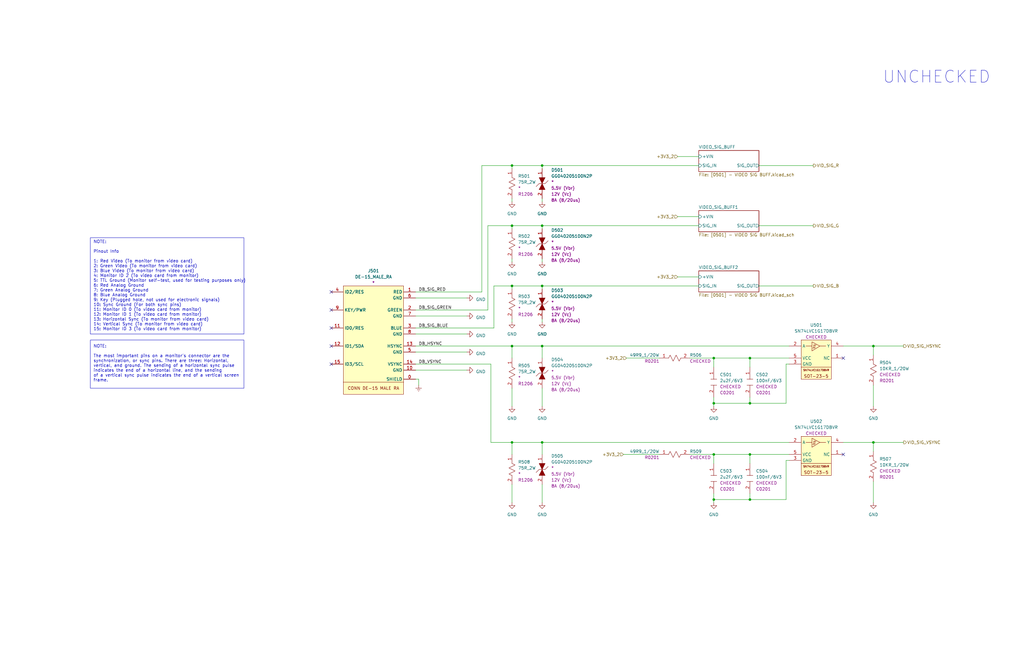
<source format=kicad_sch>
(kicad_sch (version 20230121) (generator eeschema)
  (paper "B")
  (title_block (title "Blender") (date "2023/09/18") (rev "v1.0") (company "Mend0z0") (comment 1 "v1.0") (comment 2 "v1.0") (comment 3 "Siavash Taher Parvar") (comment 4 "_BOM_Blender_v1.0.html") (comment 5 "_HW_Blender.kicad_pcb") (comment 6 "_GBR_Blender_v1.0") (comment 7 "_ASM_Blender_v1.0") (comment 8 "N/A") (comment 9 "Initial version"))
  (lib_symbols
    (symbol "_SCHLIB_Blender:BUF_SN74LVC1G17DBVR_SOT-23-5"
      (property "Reference" "U" (at 2.54 3.81 0))
      (property "Value" "SN74LVC1G17DBVR" (at 2.54 6.35 0))
      (property "SCH CHECK" "CHECKED" (at 2.54 21.59 0))
      (symbol "BUF_SN74LVC1G17DBVR_SOT-23-5_0_0"
        (text "SN74LVC1G17DBVR" (at 6.35 -12.7 0) (effects (font (size 0.762 0.762))))
        (text "SOT-23-5" (at 6.35 -15.24 0) (effects (font (size 1.27 1.27))))
      )
      (symbol "BUF_SN74LVC1G17DBVR_SOT-23-5_0_1"
        (polyline (pts (xy 0 -11.43) (xy 12.7 -11.43)))
        (polyline (pts (xy 4.572 -2.54) (xy 2.032 -2.54)))
        (polyline (pts (xy 7.874 -2.54) (xy 10.414 -2.54)))
        (polyline (pts (xy 5.334 -3.302) (xy 5.842 -3.302) (xy 5.842 -2.032)))
        (polyline (pts (xy 4.572 -0.762) (xy 4.572 -4.572) (xy 7.874 -2.54) (xy 4.572 -0.762)))
        (polyline (pts (xy 6.35 -2.032) (xy 5.334 -2.032) (xy 5.334 -3.302) (xy 4.826 -3.302)))
        (rectangle (start 0 0) (end 12.7 -16.51) (fill (type background)))
      )
      (symbol "BUF_SN74LVC1G17DBVR_SOT-23-5_1_1"
        (pin passive line (at 17.78 -7.62 180) (length 5.08) (name "NC") (number "1"))
        (pin passive line (at -5.08 -2.54 0) (length 5.08) (name "A") (number "2"))
        (pin passive line (at -5.08 -10.16 0) (length 5.08) (name "GND") (number "3"))
        (pin passive line (at 17.78 -2.54 180) (length 5.08) (name "Y") (number "4"))
        (pin passive line (at -5.08 -7.62 0) (length 5.08) (name "VCC") (number "5"))
      )
    )
    (symbol "_SCHLIB_Blender:CAP_100nF/6V3_C0201"
      (property "Reference" "C" (at 2.54 5.08 0))
      (property "Value" "100nF{slash}6V3" (at 2.54 7.62 0))
      (property "SCH CHECK" "CHECKED" (at 2.54 22.86 0))
      (property "Package" "C0201" (at 2.54 25.4 0))
      (symbol "CAP_100nF/6V3_C0201_0_0"
        (polyline (pts (xy 5.08 1.27) (xy 5.08 -1.27)))
        (polyline (pts (xy 7.62 1.27) (xy 7.62 -1.27)))
      )
      (symbol "CAP_100nF/6V3_C0201_1_1"
        (pin passive line (at 0 0 0) (length 5.08) (name "") (number "1"))
        (pin passive line (at 12.7 0 180) (length 5.08) (name "") (number "2"))
      )
    )
    (symbol "_SCHLIB_Blender:CAP_2u2F/6V3_C0201"
      (property "Reference" "C" (at 2.54 3.81 0))
      (property "Value" "2u2F/6V3" (at 2.54 6.35 0))
      (property "SCH CHECK" "CHECKED" (at 2.54 21.59 0))
      (property "Package" "C0201" (at 2.54 24.13 0))
      (symbol "CAP_2u2F/6V3_C0201_0_0"
        (polyline (pts (xy 5.08 1.27) (xy 5.08 -1.27)))
        (polyline (pts (xy 7.62 1.27) (xy 7.62 -1.27)))
      )
      (symbol "CAP_2u2F/6V3_C0201_1_1"
        (pin passive line (at 0 0 0) (length 5.08) (name "") (number "1"))
        (pin passive line (at 12.7 0 180) (length 5.08) (name "") (number "2"))
      )
    )
    (symbol "_SCHLIB_Blender:CONN_DE-15_MALE_RA"
      (property "Reference" "J" (at 3.81 2.54 0))
      (property "Value" "DE-15_MALE_RA" (at 3.81 5.08 0))
      (property "SCH CHECK" "*" (at 3.81 20.32 0))
      (symbol "CONN_DE-15_MALE_RA_0_1"
        (polyline (pts (xy 0 -40.64) (xy 25.4 -40.64)))
        (rectangle (start 0 0) (end 25.4 -45.72) (fill (type background)))
        (text "CONN DE-15 MALE RA" (at 12.7 -43.18 0) (effects (font (size 1.27 1.27))))
      )
      (symbol "CONN_DE-15_MALE_RA_1_1"
        (pin passive line (at 30.48 -39.37 180) (length 5.08) (name "SHIELD") (number "0"))
        (pin passive line (at 30.48 -2.54 180) (length 5.08) (name "RED") (number "1"))
        (pin passive line (at 30.48 -35.56 180) (length 5.08) (name "GND") (number "10"))
        (pin passive line (at -5.08 -17.78 0) (length 5.08) (name "ID0/RES") (number "11"))
        (pin passive line (at -5.08 -25.4 0) (length 5.08) (name "ID1/SDA") (number "12"))
        (pin passive line (at 30.48 -25.4 180) (length 5.08) (name "HSYNC") (number "13"))
        (pin passive line (at 30.48 -33.02 180) (length 5.08) (name "VSYNC") (number "14"))
        (pin passive line (at -5.08 -33.02 0) (length 5.08) (name "ID3/SCL") (number "15"))
        (pin passive line (at 30.48 -10.16 180) (length 5.08) (name "GREEN") (number "2"))
        (pin passive line (at 30.48 -17.78 180) (length 5.08) (name "BLUE") (number "3"))
        (pin passive line (at -5.08 -2.54 0) (length 5.08) (name "ID2/RES") (number "4"))
        (pin passive line (at 30.48 -27.94 180) (length 5.08) (name "GND") (number "5"))
        (pin passive line (at 30.48 -5.08 180) (length 5.08) (name "GND") (number "6"))
        (pin passive line (at 30.48 -12.7 180) (length 5.08) (name "GND") (number "7"))
        (pin passive line (at 30.48 -20.32 180) (length 5.08) (name "GND") (number "8"))
        (pin passive line (at -5.08 -10.16 0) (length 5.08) (name "KEY/PWR") (number "9"))
      )
    )
    (symbol "_SCHLIB_Blender:RES_10KR_1/20W-R0201"
      (property "Reference" "R" (at 2.54 5.08 0))
      (property "Value" "10KR_1{slash}20W" (at 2.54 7.62 0))
      (property "SCH CHECK" "CHECKED" (at 2.54 22.86 0))
      (property "Package" "R0201" (at 2.54 25.4 0))
      (symbol "RES_10KR_1/20W-R0201_0_0"
        (polyline (pts (xy 3.81 0) (xy 4.445 1.27) (xy 5.715 -1.27) (xy 6.985 1.27) (xy 8.255 -1.27) (xy 8.89 0)))
      )
      (symbol "RES_10KR_1/20W-R0201_1_1"
        (pin passive line (at 0 0 0) (length 3.81) (name "") (number "1"))
        (pin passive line (at 12.7 0 180) (length 3.81) (name "") (number "2"))
      )
    )
    (symbol "_SCHLIB_Blender:RES_49R9_1/20W-R0201"
      (property "Reference" "R" (at 2.54 3.81 0))
      (property "Value" "49R9_1/20W" (at 2.54 6.35 0))
      (property "SCH CHECK" "CHECKED" (at 2.54 21.59 0))
      (property "Package" "R0201" (at 2.54 24.13 0))
      (symbol "RES_49R9_1/20W-R0201_0_0"
        (polyline (pts (xy 3.81 0) (xy 4.445 1.27) (xy 5.715 -1.27) (xy 6.985 1.27) (xy 8.255 -1.27) (xy 8.89 0)))
      )
      (symbol "RES_49R9_1/20W-R0201_1_1"
        (pin passive line (at 0 0 0) (length 3.81) (name "") (number "1"))
        (pin passive line (at 12.7 0 180) (length 3.81) (name "") (number "2"))
      )
    )
    (symbol "_SCHLIB_Blender:RES_75R_2W_R1206"
      (property "Reference" "R" (at 2.54 3.81 0))
      (property "Value" "75R_2W" (at 2.54 6.35 0))
      (property "SCH CHECK" "*" (at 2.54 21.59 0))
      (property "Package" "R1206" (at 2.54 24.13 0))
      (symbol "RES_75R_2W_R1206_0_0"
        (polyline (pts (xy 3.81 0) (xy 4.445 1.27) (xy 5.715 -1.27) (xy 6.985 1.27) (xy 8.255 -1.27) (xy 8.89 0)))
      )
      (symbol "RES_75R_2W_R1206_1_1"
        (pin passive line (at 0 0 0) (length 3.81) (name "") (number "1"))
        (pin passive line (at 12.7 0 180) (length 3.81) (name "") (number "2"))
      )
    )
    (symbol "_SCHLIB_Blender:TVS_GG040205100N2P_D0402"
      (property "Reference" "D" (at 2.54 3.81 0))
      (property "Value" "GG040205100N2P" (at 2.54 6.35 0))
      (property "SCH CHECK" "*" (at 2.54 21.59 0))
      (property "VBR" "5.5V (Vbr)" (at 2.54 24.13 0))
      (property "VC" "12V (Vc)" (at 2.54 26.67 0))
      (property "IPP" "8A (8/20us)" (at 2.54 29.21 0))
      (symbol "TVS_GG040205100N2P_D0402_0_1"
        (polyline (pts (xy 3.81 1.27) (xy 3.81 -1.27) (xy 6.35 0) (xy 3.81 1.27)) (fill (type outline)))
        (polyline (pts (xy 5.08 2.54) (xy 6.35 1.27) (xy 6.35 -1.27) (xy 7.62 -2.54)))
        (polyline (pts (xy 8.89 -1.27) (xy 8.89 1.27) (xy 6.35 0) (xy 8.89 -1.27)) (fill (type outline)))
      )
      (symbol "TVS_GG040205100N2P_D0402_1_1"
        (pin passive line (at 0 0 0) (length 3.81) (name "") (number "1"))
        (pin passive line (at 12.7 0 180) (length 3.81) (name "") (number "2"))
      )
    )
    (symbol "power:Earth" (power) (pin_names (offset 0))
      (symbol "Earth_0_1"
        (polyline (pts (xy -0.635 -1.905) (xy 0.635 -1.905)))
        (polyline (pts (xy -0.127 -2.54) (xy 0.127 -2.54)))
        (polyline (pts (xy 0 -1.27) (xy 0 0)))
        (polyline (pts (xy 1.27 -1.27) (xy -1.27 -1.27)))
      )
      (symbol "Earth_1_1"
        (pin power_in line (at 0 0 270) (length 0) hide (name "Earth") (number "1"))
      )
    )
    (symbol "power:GND" (power) (pin_names (offset 0))
      (property "Value" "GND" (at 0 -3.81 0))
      (symbol "GND_0_1"
        (polyline (pts (xy 0 0) (xy 0 -1.27) (xy 1.27 -1.27) (xy 0 -2.54) (xy -1.27 -1.27) (xy 0 -1.27)))
      )
      (symbol "GND_1_1"
        (pin power_in line (at 0 0 270) (length 0) hide (name "GND") (number "1"))
      )
    )
  )
  (junction (at 215.9 146.05))
  (junction (at 300.99 151.13))
  (junction (at 316.23 191.77))
  (junction (at 316.23 170.18))
  (junction (at 215.9 186.69))
  (junction (at 215.9 95.25))
  (junction (at 215.9 120.65))
  (junction (at 300.99 210.82))
  (junction (at 228.6 186.69))
  (junction (at 215.9 69.85))
  (junction (at 228.6 146.05))
  (junction (at 316.23 210.82))
  (junction (at 300.99 170.18))
  (junction (at 300.99 191.77))
  (junction (at 228.6 120.65))
  (junction (at 368.3 146.05))
  (junction (at 368.3 186.69))
  (junction (at 228.6 95.25))
  (junction (at 316.23 151.13))
  (junction (at 228.6 69.85))
  (no_connect (at 139.7 138.43))
  (no_connect (at 139.7 146.05))
  (no_connect (at 139.7 153.67))
  (no_connect (at 355.6 191.77))
  (no_connect (at 139.7 130.81))
  (no_connect (at 355.6 151.13))
  (no_connect (at 139.7 123.19))
  (wire (pts (xy 332.74 153.67) (xy 331.47 153.67)))
  (wire (pts (xy 228.6 186.69) (xy 228.6 191.77)))
  (wire (pts (xy 175.26 130.81) (xy 205.74 130.81)))
  (wire (pts (xy 300.99 170.18) (xy 300.99 167.64)))
  (wire (pts (xy 331.47 210.82) (xy 316.23 210.82)))
  (wire (pts (xy 316.23 208.28) (xy 316.23 210.82)))
  (wire (pts (xy 228.6 146.05) (xy 228.6 151.13)))
  (wire (pts (xy 215.9 186.69) (xy 215.9 191.77)))
  (wire (pts (xy 215.9 186.69) (xy 207.01 186.69)))
  (wire (pts (xy 196.85 125.73) (xy 175.26 125.73)))
  (wire (pts (xy 285.75 66.04) (xy 294.64 66.04)))
  (wire (pts (xy 228.6 69.85) (xy 228.6 71.12)))
  (wire (pts (xy 368.3 171.45) (xy 368.3 162.56)))
  (wire (pts (xy 264.16 151.13) (xy 278.13 151.13)))
  (wire (pts (xy 228.6 212.09) (xy 228.6 204.47)))
  (wire (pts (xy 368.3 146.05) (xy 381 146.05)))
  (wire (pts (xy 368.3 186.69) (xy 368.3 190.5)))
  (wire (pts (xy 331.47 170.18) (xy 316.23 170.18)))
  (wire (pts (xy 208.28 120.65) (xy 215.9 120.65)))
  (wire (pts (xy 215.9 212.09) (xy 215.9 204.47)))
  (wire (pts (xy 207.01 153.67) (xy 207.01 186.69)))
  (wire (pts (xy 196.85 140.97) (xy 175.26 140.97)))
  (wire (pts (xy 203.2 69.85) (xy 215.9 69.85)))
  (wire (pts (xy 316.23 191.77) (xy 316.23 195.58)))
  (wire (pts (xy 228.6 186.69) (xy 215.9 186.69)))
  (wire (pts (xy 285.75 91.44) (xy 294.64 91.44)))
  (wire (pts (xy 300.99 170.18) (xy 300.99 171.45)))
  (wire (pts (xy 320.04 95.25) (xy 342.9 95.25)))
  (wire (pts (xy 215.9 171.45) (xy 215.9 163.83)))
  (wire (pts (xy 208.28 138.43) (xy 208.28 120.65)))
  (wire (pts (xy 196.85 148.59) (xy 175.26 148.59)))
  (wire (pts (xy 316.23 191.77) (xy 300.99 191.77)))
  (wire (pts (xy 176.53 160.02) (xy 176.53 162.56)))
  (wire (pts (xy 332.74 191.77) (xy 316.23 191.77)))
  (wire (pts (xy 215.9 110.49) (xy 215.9 109.22)))
  (wire (pts (xy 316.23 151.13) (xy 316.23 154.94)))
  (wire (pts (xy 215.9 120.65) (xy 215.9 121.92)))
  (wire (pts (xy 290.83 191.77) (xy 300.99 191.77)))
  (wire (pts (xy 332.74 194.31) (xy 331.47 194.31)))
  (wire (pts (xy 203.2 123.19) (xy 203.2 69.85)))
  (wire (pts (xy 175.26 156.21) (xy 196.85 156.21)))
  (wire (pts (xy 331.47 194.31) (xy 331.47 210.82)))
  (wire (pts (xy 205.74 95.25) (xy 215.9 95.25)))
  (wire (pts (xy 205.74 130.81) (xy 205.74 95.25)))
  (wire (pts (xy 316.23 210.82) (xy 300.99 210.82)))
  (wire (pts (xy 355.6 186.69) (xy 368.3 186.69)))
  (wire (pts (xy 175.26 153.67) (xy 207.01 153.67)))
  (wire (pts (xy 228.6 186.69) (xy 332.74 186.69)))
  (wire (pts (xy 196.85 133.35) (xy 175.26 133.35)))
  (wire (pts (xy 228.6 135.89) (xy 228.6 134.62)))
  (wire (pts (xy 215.9 95.25) (xy 228.6 95.25)))
  (wire (pts (xy 368.3 212.09) (xy 368.3 203.2)))
  (wire (pts (xy 215.9 69.85) (xy 215.9 71.12)))
  (wire (pts (xy 228.6 120.65) (xy 294.64 120.65)))
  (wire (pts (xy 285.75 116.84) (xy 294.64 116.84)))
  (wire (pts (xy 368.3 186.69) (xy 381 186.69)))
  (wire (pts (xy 228.6 85.09) (xy 228.6 83.82)))
  (wire (pts (xy 228.6 69.85) (xy 294.64 69.85)))
  (wire (pts (xy 215.9 146.05) (xy 228.6 146.05)))
  (wire (pts (xy 175.26 146.05) (xy 215.9 146.05)))
  (wire (pts (xy 300.99 191.77) (xy 300.99 195.58)))
  (wire (pts (xy 175.26 138.43) (xy 208.28 138.43)))
  (wire (pts (xy 228.6 146.05) (xy 332.74 146.05)))
  (wire (pts (xy 316.23 167.64) (xy 316.23 170.18)))
  (wire (pts (xy 331.47 153.67) (xy 331.47 170.18)))
  (wire (pts (xy 215.9 146.05) (xy 215.9 151.13)))
  (wire (pts (xy 316.23 151.13) (xy 300.99 151.13)))
  (wire (pts (xy 290.83 151.13) (xy 300.99 151.13)))
  (wire (pts (xy 175.26 160.02) (xy 176.53 160.02)))
  (wire (pts (xy 228.6 95.25) (xy 228.6 96.52)))
  (wire (pts (xy 300.99 151.13) (xy 300.99 154.94)))
  (wire (pts (xy 262.89 191.77) (xy 278.13 191.77)))
  (wire (pts (xy 215.9 120.65) (xy 228.6 120.65)))
  (wire (pts (xy 300.99 210.82) (xy 300.99 208.28)))
  (wire (pts (xy 228.6 95.25) (xy 294.64 95.25)))
  (wire (pts (xy 228.6 110.49) (xy 228.6 109.22)))
  (wire (pts (xy 355.6 146.05) (xy 368.3 146.05)))
  (wire (pts (xy 215.9 85.09) (xy 215.9 83.82)))
  (wire (pts (xy 228.6 120.65) (xy 228.6 121.92)))
  (wire (pts (xy 300.99 210.82) (xy 300.99 212.09)))
  (wire (pts (xy 332.74 151.13) (xy 316.23 151.13)))
  (wire (pts (xy 316.23 170.18) (xy 300.99 170.18)))
  (wire (pts (xy 215.9 135.89) (xy 215.9 134.62)))
  (wire (pts (xy 175.26 123.19) (xy 203.2 123.19)))
  (wire (pts (xy 215.9 95.25) (xy 215.9 96.52)))
  (wire (pts (xy 320.04 120.65) (xy 342.9 120.65)))
  (wire (pts (xy 215.9 69.85) (xy 228.6 69.85)))
  (wire (pts (xy 228.6 171.45) (xy 228.6 163.83)))
  (wire (pts (xy 320.04 69.85) (xy 342.9 69.85)))
  (wire (pts (xy 368.3 146.05) (xy 368.3 149.86)))
  (rectangle (start 38.1 143.51) (end 102.87 163.83))
  (rectangle (start 38.1 100.33) (end 102.87 140.97))
  (text "NOTE:\n\nThe most important pins on a monitor's connector are the \nsynchronization, or sync pins. There are three: Horizontal, \nvertical, and ground. The sending of a horizontal sync pulse \nindicates the end of a horizontal line, and the sending \nof a vertical sync pulse indicates the end of a vertical screen\nframe." (at 39.37 161.29 0) (effects (font (size 1.27 1.27)) (justify left bottom)))
  (text "UNCHECKED" (at 372.11 35.56 0) (effects (font (size 5.08 5.08)) (justify left bottom)))
  (text "NOTE:\n\nPinout Info\n\n1: Red Video (To monitor from video card)\n2: Green Video (To monitor from video card)\n3: Blue Video (To monitor from video card)\n4: Monitor ID 2 (To video card from monitor)\n5: TTL Ground (Monitor self-test, used for testing purposes only)\n6: Red Analog Ground\n7: Green Analog Ground\n8: Blue Analog Ground\n9: Key (Plugged hole, not used for electronic signals)\n10: Sync Ground (For both sync pins)\n11: Monitor ID 0 (To video card from monitor)\n12: Monitor ID 1 (To video card from monitor)\n13: Horizontal Sync (To monitor from video card)\n14: Vertical Sync (To monitor from video card)\n15: Monitor ID 3 (To video card from monitor)" (at 39.37 139.7 0) (effects (font (size 1.27 1.27)) (justify left bottom)))
  (label "DB_SIG_RED" (at 176.53 123.19 0))
  (label "DB_SIG_GREEN" (at 176.53 130.81 0))
  (label "DB_SIG_BLUE" (at 176.53 138.43 0))
  (label "DB_HSYNC" (at 176.53 146.05 0))
  (label "DB_VSYNC" (at 176.53 153.67 0))
  (hierarchical_label "VID_SIG_R" (shape output) (at 342.9 69.85 0))
  (hierarchical_label "+3V3_2" (shape input) (at 285.75 91.44 180))
  (hierarchical_label "+3V3_2" (shape input) (at 285.75 66.04 180))
  (hierarchical_label "+3V3_2" (shape input) (at 285.75 116.84 180))
  (hierarchical_label "VID_SIG_HSYNC" (shape output) (at 381 146.05 0))
  (hierarchical_label "VID_SIG_G" (shape output) (at 342.9 95.25 0))
  (hierarchical_label "+3V3_2" (shape input) (at 264.16 151.13 180))
  (hierarchical_label "VID_SIG_VSYNC" (shape output) (at 381 186.69 0))
  (hierarchical_label "+3V3_2" (shape input) (at 262.89 191.77 180))
  (hierarchical_label "VID_SIG_B" (shape output) (at 342.9 120.65 0))
  (symbol (lib_id "power:GND") (at 196.85 133.35 90) (unit 1)
    (property "Reference" "#PWR0506" (effects hide))
    (property "Value" "GND" (at 200.66 133.985 90) (effects (justify right)))
  )
  (symbol (lib_id "_SCHLIB_Blender:RES_75R_2W_R1206") (at 215.9 191.77 270) (unit 1)
    (property "Reference" "R508" (at 218.44 194.945 90) (effects (justify left)))
    (property "Value" "75R_2W" (at 218.44 197.485 90) (effects (justify left)))
    (property "Footprint" "Resistor_SMD:R_1206_3216Metric" (effects hide))
    (property "Datasheet" "https://www.te.com/commerce/DocumentDelivery/DDEController?Action=showdoc&DocId=Data+Sheet%7F1773270-4%7FA%7Fpdf%7FEnglish%7FENG_DS_1773270-4_A.pdf%7F1-2176526-7" (effects hide))
    (property "Description" "75 Ohms ±1% 2W Chip Resistor 1206 (3216 Metric) Thin Film" (effects hide))
    (property "Part Number" "3503G2B75RFTD" (effects hide))
    (property "Link" "https://www.digikey.ca/en/products/detail/te-connectivity-passive-product/3503G2B75RFTD/16808726" (effects hide))
    (property "SCH CHECK" "*" (at 218.44 200.025 90) (effects (justify left)))
    (property "Package" "R1206" (at 218.44 202.565 90) (effects (justify left)))
  )
  (symbol (lib_id "_SCHLIB_Blender:CAP_2u2F/6V3_C0201") (at 300.99 195.58 270) (unit 1)
    (property "Reference" "C503" (at 303.53 198.755 90) (effects (justify left)))
    (property "Value" "2u2F/6V3" (at 303.53 201.295 90) (effects (justify left)))
    (property "Footprint" "Capacitor_SMD:C_0201_0603Metric" (effects hide))
    (property "Datasheet" "https://ele.kyocera.com/assets/products/capacitor/CM_Series_e.pdf" (effects hide))
    (property "Description" "2.2 µF ±20% 6.3V Ceramic Capacitor X5R 0201 (0603 Metric)" (effects hide))
    (property "Part Number" "CM03X5R225M06AH" (effects hide))
    (property "Link" "https://www.digikey.ca/en/products/detail/kyocera-avx/CM03X5R225M06AH/10815044" (effects hide))
    (property "SCH CHECK" "CHECKED" (at 303.53 203.835 90) (effects (justify left)))
    (property "Package" "C0201" (at 303.53 206.375 90) (effects (justify left)))
  )
  (symbol (lib_id "_SCHLIB_Blender:BUF_SN74LVC1G17DBVR_SOT-23-5") (at 337.82 143.51 0) (unit 1)
    (property "Reference" "U501" (at 344.17 137.16 0))
    (property "Value" "SN74LVC1G17DBVR" (at 344.17 139.7 0))
    (property "Footprint" "Package_TO_SOT_SMD:SOT-23-5" (effects hide))
    (property "Datasheet" "https://www.ti.com/general/docs/suppproductinfo.tsp?distId=10&gotoUrl=https%3A%2F%2Fwww.ti.com%2Flit%2Fgpn%2Fsn74lvc1g17" (effects hide))
    (property "Description" "Buffer, Non-Inverting 1 Element 1 Bit per Element Push-Pull Output SOT-23-5" (effects hide))
    (property "Part Number" "SN74LVC1G17DBVR" (effects hide))
    (property "Link" "https://www.digikey.ca/en/products/detail/texas-instruments/SN74LVC1G17DBVR/389051" (effects hide))
    (property "SCH CHECK" "CHECKED" (at 344.17 142.24 0))
  )
  (symbol (lib_id "_SCHLIB_Blender:BUF_SN74LVC1G17DBVR_SOT-23-5") (at 337.82 184.15 0) (unit 1)
    (property "Reference" "U502" (at 344.17 177.8 0))
    (property "Value" "SN74LVC1G17DBVR" (at 344.17 180.34 0))
    (property "Footprint" "Package_TO_SOT_SMD:SOT-23-5" (effects hide))
    (property "Datasheet" "https://www.ti.com/general/docs/suppproductinfo.tsp?distId=10&gotoUrl=https%3A%2F%2Fwww.ti.com%2Flit%2Fgpn%2Fsn74lvc1g17" (effects hide))
    (property "Description" "Buffer, Non-Inverting 1 Element 1 Bit per Element Push-Pull Output SOT-23-5" (effects hide))
    (property "Part Number" "SN74LVC1G17DBVR" (effects hide))
    (property "Link" "https://www.digikey.ca/en/products/detail/texas-instruments/SN74LVC1G17DBVR/389051" (effects hide))
    (property "SCH CHECK" "CHECKED" (at 344.17 182.88 0))
  )
  (symbol (lib_id "power:GND") (at 228.6 171.45 0) (unit 1)
    (property "Reference" "#PWR0514" (effects hide))
    (property "Value" "GND" (at 228.6 176.53 0))
  )
  (symbol (lib_id "power:GND") (at 228.6 135.89 0) (unit 1)
    (property "Reference" "#PWR0508" (effects hide))
    (property "Value" "GND" (at 228.6 140.97 0))
  )
  (symbol (lib_id "_SCHLIB_Blender:RES_75R_2W_R1206") (at 215.9 71.12 270) (unit 1)
    (property "Reference" "R501" (at 218.44 74.295 90) (effects (justify left)))
    (property "Value" "75R_2W" (at 218.44 76.835 90) (effects (justify left)))
    (property "Footprint" "Resistor_SMD:R_1206_3216Metric" (effects hide))
    (property "Datasheet" "https://www.te.com/commerce/DocumentDelivery/DDEController?Action=showdoc&DocId=Data+Sheet%7F1773270-4%7FA%7Fpdf%7FEnglish%7FENG_DS_1773270-4_A.pdf%7F1-2176526-7" (effects hide))
    (property "Description" "75 Ohms ±1% 2W Chip Resistor 1206 (3216 Metric) Thin Film" (effects hide))
    (property "Part Number" "3503G2B75RFTD" (effects hide))
    (property "Link" "https://www.digikey.ca/en/products/detail/te-connectivity-passive-product/3503G2B75RFTD/16808726" (effects hide))
    (property "SCH CHECK" "*" (at 218.44 79.375 90) (effects (justify left)))
    (property "Package" "R1206" (at 218.44 81.915 90) (effects (justify left)))
  )
  (symbol (lib_id "power:GND") (at 215.9 212.09 0) (unit 1)
    (property "Reference" "#PWR0517" (effects hide))
    (property "Value" "GND" (at 215.9 217.17 0))
  )
  (symbol (lib_id "power:GND") (at 228.6 110.49 0) (unit 1)
    (property "Reference" "#PWR0504" (effects hide))
    (property "Value" "GND" (at 228.6 115.57 0))
  )
  (symbol (lib_id "power:GND") (at 196.85 156.21 90) (unit 1)
    (property "Reference" "#PWR0511" (effects hide))
    (property "Value" "GND" (at 200.66 156.845 90) (effects (justify right)))
  )
  (symbol (lib_id "_SCHLIB_Blender:RES_49R9_1/20W-R0201") (at 278.13 191.77 0) (unit 1)
    (property "Reference" "R509" (at 293.37 190.5 0))
    (property "Value" "49R9_1/20W" (at 271.78 190.5 0))
    (property "Footprint" "Resistor_SMD:R_0201_0603Metric" (effects hide))
    (property "Datasheet" "https://www.seielect.com/Catalog/SEI-RMCF_RMCP.pdf" (effects hide))
    (property "Description" "49.9 Ohms ±1% 0.05W, 1/20W Chip Resistor 0201 (0603 Metric) Thick Film" (effects hide))
    (property "Part Number" "RMCF0201FT49R9" (effects hide))
    (property "Link" "https://www.digikey.ca/en/products/detail/stackpole-electronics-inc/RMCF0201FT49R9/1715030" (effects hide))
    (property "SCH CHECK" "CHECKED" (at 290.83 193.04 0) (effects (justify left)))
    (property "Package" "R0201" (at 271.78 193.04 0) (effects (justify left)))
  )
  (symbol (lib_id "_SCHLIB_Blender:TVS_GG040205100N2P_D0402") (at 228.6 151.13 270) (unit 1)
    (property "Reference" "D504" (at 232.41 151.765 90) (effects (justify left)))
    (property "Value" "GG040205100N2P" (at 232.41 154.305 90) (effects (justify left)))
    (property "Footprint" "Diode_SMD:D_0402_1005Metric" (effects hide))
    (property "Datasheet" "https://datasheets.kyocera-avx.com/AVX-GiGuard.pdf" (effects hide))
    (property "Description" "12V Clamp 8A (8/20µs) Ipp Tvs Diode Surface Mount 0402 (1005 Metric)" (effects hide))
    (property "Part Number" "GG040205100N2P" (effects hide))
    (property "Link" "https://www.digikey.ca/en/products/detail/kyocera-avx/GG040205100N2P/6826546" (effects hide))
    (property "SCH CHECK" "*" (at 232.41 156.845 90) (effects (justify left)))
    (property "VBR" "5.5V (Vbr)" (at 232.41 159.385 90) (effects (justify left)))
    (property "VC" "12V (Vc)" (at 232.41 161.925 90) (effects (justify left)))
    (property "IPP" "8A (8/20us)" (at 232.41 164.465 90) (effects (justify left)))
  )
  (symbol (lib_id "power:GND") (at 300.99 212.09 0) (unit 1)
    (property "Reference" "#PWR0519" (effects hide))
    (property "Value" "GND" (at 300.99 217.17 0))
  )
  (symbol (lib_id "_SCHLIB_Blender:RES_10KR_1/20W-R0201") (at 368.3 149.86 270) (unit 1)
    (property "Reference" "R504" (at 370.84 153.035 90) (effects (justify left)))
    (property "Value" "10KR_1/20W" (at 370.84 155.575 90) (effects (justify left)))
    (property "Footprint" "Resistor_SMD:R_0201_0603Metric" (effects hide))
    (property "Datasheet" "https://www.seielect.com/Catalog/SEI-RMCF_RMCP.pdf" (effects hide))
    (property "Description" "10 kOhms ±1% 0.05W, 1/20W Chip Resistor 0201 (0603 Metric) Thick Film" (effects hide))
    (property "Part Number" "RMCF0201FT10K0" (effects hide))
    (property "Link" "https://www.digikey.ca/en/products/detail/stackpole-electronics-inc/RMCF0201FT10K0/1714990" (effects hide))
    (property "SCH CHECK" "CHECKED" (at 370.84 158.115 90) (effects (justify left)))
    (property "Package" "R0201" (at 370.84 160.655 90) (effects (justify left)))
  )
  (symbol (lib_id "power:GND") (at 228.6 85.09 0) (unit 1)
    (property "Reference" "#PWR0502" (effects hide))
    (property "Value" "GND" (at 228.6 90.17 0))
  )
  (symbol (lib_id "power:GND") (at 215.9 171.45 0) (unit 1)
    (property "Reference" "#PWR0513" (effects hide))
    (property "Value" "GND" (at 215.9 176.53 0))
  )
  (symbol (lib_id "_SCHLIB_Blender:TVS_GG040205100N2P_D0402") (at 228.6 96.52 270) (unit 1)
    (property "Reference" "D502" (at 232.41 97.155 90) (effects (justify left)))
    (property "Value" "GG040205100N2P" (at 232.41 99.695 90) (effects (justify left)))
    (property "Footprint" "Diode_SMD:D_0402_1005Metric" (effects hide))
    (property "Datasheet" "https://datasheets.kyocera-avx.com/AVX-GiGuard.pdf" (effects hide))
    (property "Description" "12V Clamp 8A (8/20µs) Ipp Tvs Diode Surface Mount 0402 (1005 Metric)" (effects hide))
    (property "Part Number" "GG040205100N2P" (effects hide))
    (property "Link" "https://www.digikey.ca/en/products/detail/kyocera-avx/GG040205100N2P/6826546" (effects hide))
    (property "SCH CHECK" "*" (at 232.41 102.235 90) (effects (justify left)))
    (property "VBR" "5.5V (Vbr)" (at 232.41 104.775 90) (effects (justify left)))
    (property "VC" "12V (Vc)" (at 232.41 107.315 90) (effects (justify left)))
    (property "IPP" "8A (8/20us)" (at 232.41 109.855 90) (effects (justify left)))
  )
  (symbol (lib_id "_SCHLIB_Blender:RES_75R_2W_R1206") (at 215.9 151.13 270) (unit 1)
    (property "Reference" "R505" (at 218.44 154.305 90) (effects (justify left)))
    (property "Value" "75R_2W" (at 218.44 156.845 90) (effects (justify left)))
    (property "Footprint" "Resistor_SMD:R_1206_3216Metric" (effects hide))
    (property "Datasheet" "https://www.te.com/commerce/DocumentDelivery/DDEController?Action=showdoc&DocId=Data+Sheet%7F1773270-4%7FA%7Fpdf%7FEnglish%7FENG_DS_1773270-4_A.pdf%7F1-2176526-7" (effects hide))
    (property "Description" "75 Ohms ±1% 2W Chip Resistor 1206 (3216 Metric) Thin Film" (effects hide))
    (property "Part Number" "3503G2B75RFTD" (effects hide))
    (property "Link" "https://www.digikey.ca/en/products/detail/te-connectivity-passive-product/3503G2B75RFTD/16808726" (effects hide))
    (property "SCH CHECK" "*" (at 218.44 159.385 90) (effects (justify left)))
    (property "Package" "R1206" (at 218.44 161.925 90) (effects (justify left)))
  )
  (symbol (lib_id "_SCHLIB_Blender:RES_10KR_1/20W-R0201") (at 368.3 190.5 270) (unit 1)
    (property "Reference" "R507" (at 370.84 193.675 90) (effects (justify left)))
    (property "Value" "10KR_1/20W" (at 370.84 196.215 90) (effects (justify left)))
    (property "Footprint" "Resistor_SMD:R_0201_0603Metric" (effects hide))
    (property "Datasheet" "https://www.seielect.com/Catalog/SEI-RMCF_RMCP.pdf" (effects hide))
    (property "Description" "10 kOhms ±1% 0.05W, 1/20W Chip Resistor 0201 (0603 Metric) Thick Film" (effects hide))
    (property "Part Number" "RMCF0201FT10K0" (effects hide))
    (property "Link" "https://www.digikey.ca/en/products/detail/stackpole-electronics-inc/RMCF0201FT10K0/1714990" (effects hide))
    (property "SCH CHECK" "CHECKED" (at 370.84 198.755 90) (effects (justify left)))
    (property "Package" "R0201" (at 370.84 201.295 90) (effects (justify left)))
  )
  (symbol (lib_id "power:GND") (at 196.85 140.97 90) (unit 1)
    (property "Reference" "#PWR0509" (effects hide))
    (property "Value" "GND" (at 200.66 141.605 90) (effects (justify right)))
  )
  (symbol (lib_id "_SCHLIB_Blender:CAP_2u2F/6V3_C0201") (at 300.99 154.94 270) (unit 1)
    (property "Reference" "C501" (at 303.53 158.115 90) (effects (justify left)))
    (property "Value" "2u2F/6V3" (at 303.53 160.655 90) (effects (justify left)))
    (property "Footprint" "Capacitor_SMD:C_0201_0603Metric" (effects hide))
    (property "Datasheet" "https://ele.kyocera.com/assets/products/capacitor/CM_Series_e.pdf" (effects hide))
    (property "Description" "2.2 µF ±20% 6.3V Ceramic Capacitor X5R 0201 (0603 Metric)" (effects hide))
    (property "Part Number" "CM03X5R225M06AH" (effects hide))
    (property "Link" "https://www.digikey.ca/en/products/detail/kyocera-avx/CM03X5R225M06AH/10815044" (effects hide))
    (property "SCH CHECK" "CHECKED" (at 303.53 163.195 90) (effects (justify left)))
    (property "Package" "C0201" (at 303.53 165.735 90) (effects (justify left)))
  )
  (symbol (lib_id "power:GND") (at 196.85 148.59 90) (unit 1)
    (property "Reference" "#PWR0510" (effects hide))
    (property "Value" "GND" (at 200.66 149.225 90) (effects (justify right)))
  )
  (symbol (lib_id "_SCHLIB_Blender:CAP_100nF/6V3_C0201") (at 316.23 154.94 270) (unit 1)
    (property "Reference" "C502" (at 318.77 158.115 90) (effects (justify left)))
    (property "Value" "100nF/6V3" (at 318.77 160.655 90) (effects (justify left)))
    (property "Footprint" "Capacitor_SMD:C_0201_0603Metric" (effects hide))
    (property "Datasheet" "https://www.yageo.com/upload/media/product/productsearch/datasheet/mlcc/UPY-GPHC_X7R_6.3V-to-250V_22.pdf" (effects hide))
    (property "Description" "0.1 µF ±10% 6.3V Ceramic Capacitor X7R 0201 (0603 Metric)" (effects hide))
    (property "Part Number" "CC0201KRX7R5BB104" (effects hide))
    (property "Link" "https://www.digikey.ca/en/products/detail/yageo/CC0201KRX7R5BB104/12698853" (effects hide))
    (property "SCH CHECK" "CHECKED" (at 318.77 163.195 90) (effects (justify left)))
    (property "Package" "C0201" (at 318.77 165.735 90) (effects (justify left)))
  )
  (symbol (lib_id "_SCHLIB_Blender:TVS_GG040205100N2P_D0402") (at 228.6 121.92 270) (unit 1)
    (property "Reference" "D503" (at 232.41 122.555 90) (effects (justify left)))
    (property "Value" "GG040205100N2P" (at 232.41 125.095 90) (effects (justify left)))
    (property "Footprint" "Diode_SMD:D_0402_1005Metric" (effects hide))
    (property "Datasheet" "https://datasheets.kyocera-avx.com/AVX-GiGuard.pdf" (effects hide))
    (property "Description" "12V Clamp 8A (8/20µs) Ipp Tvs Diode Surface Mount 0402 (1005 Metric)" (effects hide))
    (property "Part Number" "GG040205100N2P" (effects hide))
    (property "Link" "https://www.digikey.ca/en/products/detail/kyocera-avx/GG040205100N2P/6826546" (effects hide))
    (property "SCH CHECK" "*" (at 232.41 127.635 90) (effects (justify left)))
    (property "VBR" "5.5V (Vbr)" (at 232.41 130.175 90) (effects (justify left)))
    (property "VC" "12V (Vc)" (at 232.41 132.715 90) (effects (justify left)))
    (property "IPP" "8A (8/20us)" (at 232.41 135.255 90) (effects (justify left)))
  )
  (symbol (lib_id "power:Earth") (at 176.53 162.56 0) (unit 1)
    (property "Reference" "#PWR0512" (effects hide))
    (property "Value" "Earth" (effects hide))
  )
  (symbol (lib_id "_SCHLIB_Blender:TVS_GG040205100N2P_D0402") (at 228.6 71.12 270) (unit 1)
    (property "Reference" "D501" (at 232.41 71.755 90) (effects (justify left)))
    (property "Value" "GG040205100N2P" (at 232.41 74.295 90) (effects (justify left)))
    (property "Footprint" "Diode_SMD:D_0402_1005Metric" (effects hide))
    (property "Datasheet" "https://datasheets.kyocera-avx.com/AVX-GiGuard.pdf" (effects hide))
    (property "Description" "12V Clamp 8A (8/20µs) Ipp Tvs Diode Surface Mount 0402 (1005 Metric)" (effects hide))
    (property "Part Number" "GG040205100N2P" (effects hide))
    (property "Link" "https://www.digikey.ca/en/products/detail/kyocera-avx/GG040205100N2P/6826546" (effects hide))
    (property "SCH CHECK" "*" (at 232.41 76.835 90) (effects (justify left)))
    (property "VBR" "5.5V (Vbr)" (at 232.41 79.375 90) (effects (justify left)))
    (property "VC" "12V (Vc)" (at 232.41 81.915 90) (effects (justify left)))
    (property "IPP" "8A (8/20us)" (at 232.41 84.455 90) (effects (justify left)))
  )
  (symbol (lib_id "_SCHLIB_Blender:RES_75R_2W_R1206") (at 215.9 96.52 270) (unit 1)
    (property "Reference" "R502" (at 218.44 99.695 90) (effects (justify left)))
    (property "Value" "75R_2W" (at 218.44 102.235 90) (effects (justify left)))
    (property "Footprint" "Resistor_SMD:R_1206_3216Metric" (effects hide))
    (property "Datasheet" "https://www.te.com/commerce/DocumentDelivery/DDEController?Action=showdoc&DocId=Data+Sheet%7F1773270-4%7FA%7Fpdf%7FEnglish%7FENG_DS_1773270-4_A.pdf%7F1-2176526-7" (effects hide))
    (property "Description" "75 Ohms ±1% 2W Chip Resistor 1206 (3216 Metric) Thin Film" (effects hide))
    (property "Part Number" "3503G2B75RFTD" (effects hide))
    (property "Link" "https://www.digikey.ca/en/products/detail/te-connectivity-passive-product/3503G2B75RFTD/16808726" (effects hide))
    (property "SCH CHECK" "*" (at 218.44 104.775 90) (effects (justify left)))
    (property "Package" "R1206" (at 218.44 107.315 90) (effects (justify left)))
  )
  (symbol (lib_id "_SCHLIB_Blender:RES_49R9_1/20W-R0201") (at 278.13 151.13 0) (unit 1)
    (property "Reference" "R506" (at 293.37 149.86 0))
    (property "Value" "49R9_1/20W" (at 271.78 149.86 0))
    (property "Footprint" "Resistor_SMD:R_0201_0603Metric" (effects hide))
    (property "Datasheet" "https://www.seielect.com/Catalog/SEI-RMCF_RMCP.pdf" (effects hide))
    (property "Description" "49.9 Ohms ±1% 0.05W, 1/20W Chip Resistor 0201 (0603 Metric) Thick Film" (effects hide))
    (property "Part Number" "RMCF0201FT49R9" (effects hide))
    (property "Link" "https://www.digikey.ca/en/products/detail/stackpole-electronics-inc/RMCF0201FT49R9/1715030" (effects hide))
    (property "SCH CHECK" "CHECKED" (at 290.83 152.4 0) (effects (justify left)))
    (property "Package" "R0201" (at 271.78 152.4 0) (effects (justify left)))
  )
  (symbol (lib_id "power:GND") (at 368.3 171.45 0) (unit 1)
    (property "Reference" "#PWR0516" (effects hide))
    (property "Value" "GND" (at 368.3 176.53 0))
  )
  (symbol (lib_id "power:GND") (at 215.9 135.89 0) (unit 1)
    (property "Reference" "#PWR0507" (effects hide))
    (property "Value" "GND" (at 215.9 140.97 0))
  )
  (symbol (lib_id "power:GND") (at 215.9 85.09 0) (unit 1)
    (property "Reference" "#PWR0501" (effects hide))
    (property "Value" "GND" (at 215.9 90.17 0))
  )
  (symbol (lib_id "_SCHLIB_Blender:TVS_GG040205100N2P_D0402") (at 228.6 191.77 270) (unit 1)
    (property "Reference" "D505" (at 232.41 192.405 90) (effects (justify left)))
    (property "Value" "GG040205100N2P" (at 232.41 194.945 90) (effects (justify left)))
    (property "Footprint" "Diode_SMD:D_0402_1005Metric" (effects hide))
    (property "Datasheet" "https://datasheets.kyocera-avx.com/AVX-GiGuard.pdf" (effects hide))
    (property "Description" "12V Clamp 8A (8/20µs) Ipp Tvs Diode Surface Mount 0402 (1005 Metric)" (effects hide))
    (property "Part Number" "GG040205100N2P" (effects hide))
    (property "Link" "https://www.digikey.ca/en/products/detail/kyocera-avx/GG040205100N2P/6826546" (effects hide))
    (property "SCH CHECK" "*" (at 232.41 197.485 90) (effects (justify left)))
    (property "VBR" "5.5V (Vbr)" (at 232.41 200.025 90) (effects (justify left)))
    (property "VC" "12V (Vc)" (at 232.41 202.565 90) (effects (justify left)))
    (property "IPP" "8A (8/20us)" (at 232.41 205.105 90) (effects (justify left)))
  )
  (symbol (lib_id "_SCHLIB_Blender:CONN_DE-15_MALE_RA") (at 144.78 120.65 0) (unit 1)
    (property "Reference" "J501" (at 157.48 114.3 0))
    (property "Value" "DE-15_MALE_RA" (at 157.48 116.84 0))
    (property "Footprint" "Connector_Dsub:DSUB-15-HD_Male_Horizontal_P2.29x1.98mm_EdgePinOffset3.03mm_Housed_MountingHolesOffset4.94mm" (effects hide))
    (property "Datasheet" "https://mm.digikey.com/Volume0/opasdata/d220001/medias/docus/5553/AMPHS08162_1-2536144.pdf" (effects hide))
    (property "Description" "15 Position D-Sub, High Density Plug, Male Pins Connector" (effects hide))
    (property "Part Number" "L717HDE15PD4CH4R" (effects hide))
    (property "Link" "https://www.digikey.ca/en/products/detail/amphenol-cs-commercial-products/L717HDE15PD4CH4R/4886543" (effects hide))
    (property "SCH CHECK" "*" (at 157.48 119.38 0))
  )
  (symbol (lib_id "_SCHLIB_Blender:RES_75R_2W_R1206") (at 215.9 121.92 270) (unit 1)
    (property "Reference" "R503" (at 218.44 125.095 90) (effects (justify left)))
    (property "Value" "75R_2W" (at 218.44 127.635 90) (effects (justify left)))
    (property "Footprint" "Resistor_SMD:R_1206_3216Metric" (effects hide))
    (property "Datasheet" "https://www.te.com/commerce/DocumentDelivery/DDEController?Action=showdoc&DocId=Data+Sheet%7F1773270-4%7FA%7Fpdf%7FEnglish%7FENG_DS_1773270-4_A.pdf%7F1-2176526-7" (effects hide))
    (property "Description" "75 Ohms ±1% 2W Chip Resistor 1206 (3216 Metric) Thin Film" (effects hide))
    (property "Part Number" "3503G2B75RFTD" (effects hide))
    (property "Link" "https://www.digikey.ca/en/products/detail/te-connectivity-passive-product/3503G2B75RFTD/16808726" (effects hide))
    (property "SCH CHECK" "*" (at 218.44 130.175 90) (effects (justify left)))
    (property "Package" "R1206" (at 218.44 132.715 90) (effects (justify left)))
  )
  (symbol (lib_id "_SCHLIB_Blender:CAP_100nF/6V3_C0201") (at 316.23 195.58 270) (unit 1)
    (property "Reference" "C504" (at 318.77 198.755 90) (effects (justify left)))
    (property "Value" "100nF/6V3" (at 318.77 201.295 90) (effects (justify left)))
    (property "Footprint" "Capacitor_SMD:C_0201_0603Metric" (effects hide))
    (property "Datasheet" "https://www.yageo.com/upload/media/product/productsearch/datasheet/mlcc/UPY-GPHC_X7R_6.3V-to-250V_22.pdf" (effects hide))
    (property "Description" "0.1 µF ±10% 6.3V Ceramic Capacitor X7R 0201 (0603 Metric)" (effects hide))
    (property "Part Number" "CC0201KRX7R5BB104" (effects hide))
    (property "Link" "https://www.digikey.ca/en/products/detail/yageo/CC0201KRX7R5BB104/12698853" (effects hide))
    (property "SCH CHECK" "CHECKED" (at 318.77 203.835 90) (effects (justify left)))
    (property "Package" "C0201" (at 318.77 206.375 90) (effects (justify left)))
  )
  (symbol (lib_id "power:GND") (at 196.85 125.73 90) (unit 1)
    (property "Reference" "#PWR0505" (effects hide))
    (property "Value" "GND" (at 200.66 126.365 90) (effects (justify right)))
  )
  (symbol (lib_id "power:GND") (at 368.3 212.09 0) (unit 1)
    (property "Reference" "#PWR0520" (effects hide))
    (property "Value" "GND" (at 368.3 217.17 0))
  )
  (symbol (lib_id "power:GND") (at 300.99 171.45 0) (unit 1)
    (property "Reference" "#PWR0515" (effects hide))
    (property "Value" "GND" (at 300.99 176.53 0))
  )
  (symbol (lib_id "power:GND") (at 215.9 110.49 0) (unit 1)
    (property "Reference" "#PWR0503" (effects hide))
    (property "Value" "GND" (at 215.9 115.57 0))
  )
  (symbol (lib_id "power:GND") (at 228.6 212.09 0) (unit 1)
    (property "Reference" "#PWR0518" (effects hide))
    (property "Value" "GND" (at 228.6 217.17 0))
  )
  (sheet (at 294.64 88.9) (size 25.4 8.89) (stroke (width 0.1524))
    (property "Sheetname" "VIDEO_SIG_BUFF1" (at 294.64 88.1884 0) (effects (justify left bottom)))
    (property "Sheetfile" "[0501] - VIDEO SIG BUFF.kicad_sch" (at 294.64 98.3746 0) (effects (justify left top)))
    (pin "SIG_IN" input (at 294.64 95.25 180))
    (pin "+VIN" input (at 294.64 91.44 180))
    (pin "SIG_OUT" output (at 320.04 95.25 0))
  )
  (sheet (at 294.64 63.5) (size 25.4 8.89) (stroke (width 0.1524))
    (property "Sheetname" "VIDEO_SIG_BUFF" (at 294.64 62.7884 0) (effects (justify left bottom)))
    (property "Sheetfile" "[0501] - VIDEO SIG BUFF.kicad_sch" (at 294.64 72.9746 0) (effects (justify left top)))
    (pin "SIG_IN" input (at 294.64 69.85 180))
    (pin "+VIN" input (at 294.64 66.04 180))
    (pin "SIG_OUT" output (at 320.04 69.85 0))
  )
  (sheet (at 294.64 114.3) (size 25.4 8.89) (stroke (width 0.1524))
    (property "Sheetname" "VIDEO_SIG_BUFF2" (at 294.64 113.5884 0) (effects (justify left bottom)))
    (property "Sheetfile" "[0501] - VIDEO SIG BUFF.kicad_sch" (at 294.64 123.7746 0) (effects (justify left top)))
    (pin "SIG_IN" input (at 294.64 120.65 180))
    (pin "+VIN" input (at 294.64 116.84 180))
    (pin "SIG_OUT" output (at 320.04 120.65 0))
  )
)
</source>
